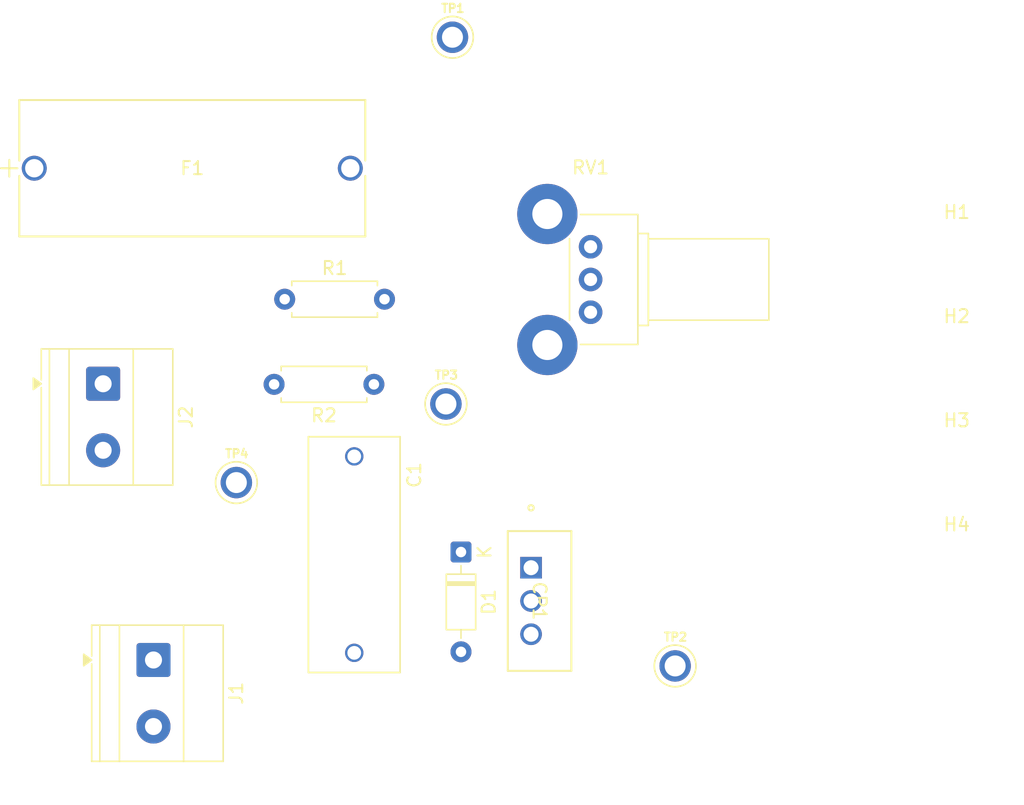
<source format=kicad_pcb>
(kicad_pcb (version 20241229) (generator "pcbnew") (generator_version "9.0")
  (layers (0 "F.Cu" signal) (2 "B.Cu" signal) (13 "F.Paste" user) (15 "B.Paste" user) (5 "F.SilkS" user "F.Silkscreen") (7 "B.SilkS" user "B.Silkscreen") (1 "F.Mask" user) (3 "B.Mask" user) (25 "Edge.Cuts" user))
  (net 0 "")
  (net 1 "Net-(D1-K)")
  (net 2 "Net-(D1-A)")
  (net 3 "Net-(R1-Pad2)")
  (net 4 "Net-(J1-Pin_1)")
  (net 5 "Net-(CR1-Pad2)")
  (net 6 "Net-(J2-Pin_1)")
  (net 7 "Net-(J1-Pin_2)")
  (footprint "MountingHole:MountingHole_3.2mm_M3" (layer "F.Cu") (at 183.5 75.45)
    (property "Reference" "H2" (at 0 -4.15 0) (layer "F.SilkS"))
    (property "Value" "MountingHole")
    (pad "" np_thru_hole circle (at 0 0) (size 3.2 3.2) (drill 3.2) (layers "*.Cu" "*.Mask"))
  )
  (footprint "KEYSTONE_5271:KEYSTONE_5271" (layer "F.Cu") (at 162 98)
    (property "Reference" "TP2" (at 0.032 -2.2064 0) (layer "F.SilkS") (effects (font (size 0.64 0.64))))
    (property "Value" "5271")
    (fp_circle (center 0 0) (end 1.59 0) (stroke (width 0.127)) (fill no) (layer "F.SilkS"))
    (pad "1" thru_hole circle (at 0 0) (size 2.4 2.4) (drill 1.6) (layers "*.Cu" "*.Mask") (net 7 "Net-(J1-Pin_2)"))
  )
  (footprint "MountingHole:MountingHole_3.2mm_M3" (layer "F.Cu") (at 183.5 83.4)
    (property "Reference" "H3" (at 0 -4.15 0) (layer "F.SilkS"))
    (property "Value" "MountingHole")
    (pad "" np_thru_hole circle (at 0 0) (size 3.2 3.2) (drill 3.2) (layers "*.Cu" "*.Mask"))
  )
  (footprint "TerminalBlock_Phoenix:TerminalBlock_Phoenix_MKDS-1,5-2-5.08_1x02_P5.08mm_Horizontal" (layer "F.Cu") (at 122.1725 97.545 -90)
    (property "Reference" "J1" (at 2.54 -6.32 90) (layer "F.SilkS"))
    (property "Value" "Screw_Terminal_01x02")
    (fp_line (start -2.66 4.72) (end -0.3 4.72) (stroke (width 0.12)) (layer "F.SilkS"))
    (fp_line (start 0.3 4.72) (end 7.74 4.72) (stroke (width 0.12)) (layer "F.SilkS"))
    (fp_line (start -2.66 4.1) (end 7.74 4.1) (stroke (width 0.12)) (layer "F.SilkS"))
    (fp_line (start -2.66 2.6) (end 7.74 2.6) (stroke (width 0.12)) (layer "F.SilkS"))
    (fp_line (start -2.66 -2.3) (end 7.74 -2.3) (stroke (width 0.12)) (layer "F.SilkS"))
    (fp_line (start -2.66 -5.32) (end -2.66 4.72) (stroke (width 0.12)) (layer "F.SilkS"))
    (fp_line (start -2.66 -5.32) (end 7.74 -5.32) (stroke (width 0.12)) (layer "F.SilkS"))
    (fp_line (start 7.74 -5.32) (end 7.74 4.72) (stroke (width 0.12)) (layer "F.SilkS"))
    (fp_poly (pts (xy 0 4.72) (xy 0.44 5.33) (xy -0.44 5.33)) (stroke (width 0.12)) (fill yes) (layer "F.SilkS"))
    (pad "1" thru_hole roundrect (at 0 0 270) (size 2.6 2.6) (drill 1.3) (layers "*.Cu" "*.Mask") (roundrect_rratio 0.096154) (net 4 "Net-(J1-Pin_1)"))
    (pad "2" thru_hole circle (at 5.08 0 270) (size 2.6 2.6) (drill 1.3) (layers "*.Cu" "*.Mask") (net 7 "Net-(J1-Pin_2)"))
  )
  (footprint "KEYSTONE_5271:KEYSTONE_5271" (layer "F.Cu") (at 144.5 78)
    (property "Reference" "TP3" (at 0.032 -2.2064 0) (layer "F.SilkS") (effects (font (size 0.64 0.64))))
    (property "Value" "5271")
    (fp_circle (center 0 0) (end 1.59 0) (stroke (width 0.127)) (fill no) (layer "F.SilkS"))
    (pad "1" thru_hole circle (at 0 0) (size 2.4 2.4) (drill 1.6) (layers "*.Cu" "*.Mask") (net 3 "Net-(R1-Pad2)"))
  )
  (footprint "TO-220AB_STM:TO-220AB_STM" (layer "F.Cu") (at 151 90.5 -90)
    (property "Reference" "CR1" (at 2.54 -0.65 270) (layer "F.SilkS"))
    (property "Value" "BTB04-600SL")
    (fp_line (start -2.794 1.7757) (end 7.874 1.7757) (stroke (width 0.1524)) (layer "F.SilkS"))
    (fp_line (start 7.874 1.7757) (end 7.874 -3.0757) (stroke (width 0.1524)) (layer "F.SilkS"))
    (fp_line (start -2.794 -3.0757) (end -2.794 1.7757) (stroke (width 0.1524)) (layer "F.SilkS"))
    (fp_line (start 7.874 -3.0757) (end -2.794 -3.0757) (stroke (width 0.1524)) (layer "F.SilkS"))
    (fp_circle (center -4.572 0) (end -4.3688 0) (stroke (width 0.1524)) (fill no) (layer "F.SilkS"))
    (pad "1" thru_hole rect (at 0 0 270) (size 1.651 1.651) (drill 1.143) (layers "*.Cu" "*.Mask") (net 7 "Net-(J1-Pin_2)"))
    (pad "2" thru_hole circle (at 2.54 0 270) (size 1.651 1.651) (drill 1.143) (layers "*.Cu" "*.Mask") (net 5 "Net-(CR1-Pad2)"))
    (pad "3" thru_hole circle (at 5.08 0 270) (size 1.651 1.651) (drill 1.143) (layers "*.Cu" "*.Mask") (net 2 "Net-(D1-A)"))
  )
  (footprint "Diode_THT:D_DO-35_SOD27_P7.62mm_Horizontal" (layer "F.Cu") (at 145.65 89.3029 -90)
    (property "Reference" "D1" (at 3.81 -2.12 90) (layer "F.SilkS"))
    (property "Value" "DB3")
    (fp_line (start 1.04 0) (end 1.69 0) (stroke (width 0.12)) (layer "F.SilkS"))
    (fp_line (start 6.58 0) (end 5.93 0) (stroke (width 0.12)) (layer "F.SilkS"))
    (fp_line (start 2.29 -1.12) (end 2.29 1.12) (stroke (width 0.12)) (layer "F.SilkS"))
    (fp_line (start 2.41 -1.12) (end 2.41 1.12) (stroke (width 0.12)) (layer "F.SilkS"))
    (fp_line (start 2.53 -1.12) (end 2.53 1.12) (stroke (width 0.12)) (layer "F.SilkS"))
    (fp_rect (start 1.69 -1.12) (end 5.93 1.12) (stroke (width 0.12)) (fill no) (layer "F.SilkS"))
    (fp_text user "K" (at 0 -1.8 90) (layer "F.SilkS"))
    (pad "1" thru_hole roundrect (at 0 0 270) (size 1.6 1.6) (drill 0.8) (layers "*.Cu" "*.Mask") (roundrect_rratio 0.15625) (net 1 "Net-(D1-K)"))
    (pad "2" thru_hole circle (at 7.62 0 270) (size 1.6 1.6) (drill 0.8) (layers "*.Cu" "*.Mask") (net 2 "Net-(D1-A)"))
  )
  (footprint "Potentiometer_THT:Potentiometer_Bourns_PTV09A-2_Single_Horizontal" (layer "F.Cu") (at 155.545 70.995)
    (property "Reference" "RV1" (at 0 -11.05 0) (layer "F.SilkS"))
    (property "Value" "500k")
    (fp_line (start -1.61 -5.617) (end -1.61 0.617) (stroke (width 0.12)) (layer "F.SilkS"))
    (fp_line (start -0.77 -7.46) (end 3.61 -7.46) (stroke (width 0.12)) (layer "F.SilkS"))
    (fp_line (start -0.77 2.46) (end 3.61 2.46) (stroke (width 0.12)) (layer "F.SilkS"))
    (fp_line (start 3.61 -7.46) (end 3.61 2.46) (stroke (width 0.12)) (layer "F.SilkS"))
    (fp_line (start 3.61 -6.01) (end 3.61 1.01) (stroke (width 0.12)) (layer "F.SilkS"))
    (fp_line (start 3.61 -6.01) (end 4.41 -6.01) (stroke (width 0.12)) (layer "F.SilkS"))
    (fp_line (start 3.61 1.01) (end 4.41 1.01) (stroke (width 0.12)) (layer "F.SilkS"))
    (fp_line (start 4.41 -6.01) (end 4.41 1.01) (stroke (width 0.12)) (layer "F.SilkS"))
    (fp_line (start 4.41 -5.61) (end 4.41 0.61) (stroke (width 0.12)) (layer "F.SilkS"))
    (fp_line (start 4.41 -5.61) (end 13.61 -5.61) (stroke (width 0.12)) (layer "F.SilkS"))
    (fp_line (start 4.41 0.61) (end 13.61 0.61) (stroke (width 0.12)) (layer "F.SilkS"))
    (fp_line (start 13.61 -5.61) (end 13.61 0.61) (stroke (width 0.12)) (layer "F.SilkS"))
    (pad "1" thru_hole circle (at 0 0) (size 1.8 1.8) (drill 1) (layers "*.Cu" "*.Mask") (net 5 "Net-(CR1-Pad2)"))
    (pad "2" thru_hole circle (at 0 -2.5) (size 1.8 1.8) (drill 1) (layers "*.Cu" "*.Mask") (net 5 "Net-(CR1-Pad2)"))
    (pad "3" thru_hole circle (at 0 -5) (size 1.8 1.8) (drill 1) (layers "*.Cu" "*.Mask") (net 3 "Net-(R1-Pad2)"))
    (pad "MP" thru_hole circle (at -3.3 -7.5) (size 4.6 4.6) (drill 2.3) (layers "*.Cu" "*.Mask"))
    (pad "MP" thru_hole circle (at -3.3 2.5) (size 4.6 4.6) (drill 2.3) (layers "*.Cu" "*.Mask"))
  )
  (footprint "MountingHole:MountingHole_3.2mm_M3" (layer "F.Cu") (at 183.5 67.5)
    (property "Reference" "H1" (at 0 -4.15 0) (layer "F.SilkS"))
    (property "Value" "MountingHole")
    (pad "" np_thru_hole circle (at 0 0) (size 3.2 3.2) (drill 3.2) (layers "*.Cu" "*.Mask"))
  )
  (footprint "Resistor_THT:R_Axial_DIN0207_L6.3mm_D2.5mm_P7.62mm_Horizontal" (layer "F.Cu") (at 139 76.5 180)
    (property "Reference" "R2" (at 3.81 -2.37 0) (layer "F.SilkS"))
    (property "Value" "1.62k")
    (fp_line (start 7.08 1.37) (end 7.08 1.04) (stroke (width 0.12)) (layer "F.SilkS"))
    (fp_line (start 7.08 -1.37) (end 7.08 -1.04) (stroke (width 0.12)) (layer "F.SilkS"))
    (fp_line (start 0.54 1.37) (end 7.08 1.37) (stroke (width 0.12)) (layer "F.SilkS"))
    (fp_line (start 0.54 1.04) (end 0.54 1.37) (stroke (width 0.12)) (layer "F.SilkS"))
    (fp_line (start 0.54 -1.04) (end 0.54 -1.37) (stroke (width 0.12)) (layer "F.SilkS"))
    (fp_line (start 0.54 -1.37) (end 7.08 -1.37) (stroke (width 0.12)) (layer "F.SilkS"))
    (pad "1" thru_hole circle (at 0 0 180) (size 1.6 1.6) (drill 0.8) (layers "*.Cu" "*.Mask") (net 3 "Net-(R1-Pad2)"))
    (pad "2" thru_hole circle (at 7.62 0 180) (size 1.6 1.6) (drill 0.8) (layers "*.Cu" "*.Mask") (net 1 "Net-(D1-K)"))
  )
  (footprint "KEYSTONE_5271:KEYSTONE_5271" (layer "F.Cu") (at 128.5 84)
    (property "Reference" "TP4" (at 0.032 -2.2064 0) (layer "F.SilkS") (effects (font (size 0.64 0.64))))
    (property "Value" "5271")
    (fp_circle (center 0 0) (end 1.59 0) (stroke (width 0.127)) (fill no) (layer "F.SilkS"))
    (pad "1" thru_hole circle (at 0 0) (size 2.4 2.4) (drill 1.6) (layers "*.Cu" "*.Mask") (net 1 "Net-(D1-K)"))
  )
  (footprint "FUSE_05200101Z_LTF:FUSE_05200101Z_LTF" (layer "F.Cu") (at 113.07 60)
    (property "Reference" "F1" (at 12.065 0 0) (layer "F.SilkS"))
    (property "Value" "05200101Z")
    (fp_line (start -2.54 0) (end -1.28524 0) (stroke (width 0.1524)) (layer "F.SilkS"))
    (fp_line (start -1.905 -0.635) (end -1.905 0.635) (stroke (width 0.1524)) (layer "F.SilkS"))
    (fp_line (start -1.143 -5.207) (end -1.143 -0.587701) (stroke (width 0.1524)) (layer "F.SilkS"))
    (fp_line (start -1.143 0.587701) (end -1.143 5.207) (stroke (width 0.1524)) (layer "F.SilkS"))
    (fp_line (start 25.273 -5.207) (end -1.143 -5.207) (stroke (width 0.1524)) (layer "F.SilkS"))
    (fp_line (start 25.273 -5.207) (end 25.273 -0.587701) (stroke (width 0.1524)) (layer "F.SilkS"))
    (fp_line (start 25.273 0.587701) (end 25.273 5.207) (stroke (width 0.1524)) (layer "F.SilkS"))
    (fp_line (start 25.273 5.207) (end -1.143 5.207) (stroke (width 0.1524)) (layer "F.SilkS"))
    (pad "1" thru_hole circle (at 0 0) (size 1.905 1.905) (drill 1.397) (layers "*.Cu" "*.Mask") (net 6 "Net-(J2-Pin_1)"))
    (pad "2" thru_hole circle (at 24.13 0) (size 1.905 1.905) (drill 1.397) (layers "*.Cu" "*.Mask") (net 5 "Net-(CR1-Pad2)"))
  )
  (footprint "KEYSTONE_5271:KEYSTONE_5271" (layer "F.Cu") (at 145 50)
    (property "Reference" "TP1" (at 0.032 -2.2064 0) (layer "F.SilkS") (effects (font (size 0.64 0.64))))
    (property "Value" "5271")
    (fp_circle (center 0 0) (end 1.59 0) (stroke (width 0.127)) (fill no) (layer "F.SilkS"))
    (pad "1" thru_hole circle (at 0 0) (size 2.4 2.4) (drill 1.6) (layers "*.Cu" "*.Mask") (net 5 "Net-(CR1-Pad2)"))
  )
  (footprint "Resistor_THT:R_Axial_DIN0207_L6.3mm_D2.5mm_P7.62mm_Horizontal" (layer "F.Cu") (at 132.19 70)
    (property "Reference" "R1" (at 3.81 -2.37 0) (layer "F.SilkS"))
    (property "Value" "332k")
    (fp_line (start 0.54 -1.37) (end 7.08 -1.37) (stroke (width 0.12)) (layer "F.SilkS"))
    (fp_line (start 0.54 -1.04) (end 0.54 -1.37) (stroke (width 0.12)) (layer "F.SilkS"))
    (fp_line (start 0.54 1.04) (end 0.54 1.37) (stroke (width 0.12)) (layer "F.SilkS"))
    (fp_line (start 0.54 1.37) (end 7.08 1.37) (stroke (width 0.12)) (layer "F.SilkS"))
    (fp_line (start 7.08 -1.37) (end 7.08 -1.04) (stroke (width 0.12)) (layer "F.SilkS"))
    (fp_line (start 7.08 1.37) (end 7.08 1.04) (stroke (width 0.12)) (layer "F.SilkS"))
    (pad "1" thru_hole circle (at 0 0) (size 1.6 1.6) (drill 0.8) (layers "*.Cu" "*.Mask") (net 5 "Net-(CR1-Pad2)"))
    (pad "2" thru_hole circle (at 7.62 0) (size 1.6 1.6) (drill 0.8) (layers "*.Cu" "*.Mask") (net 3 "Net-(R1-Pad2)"))
  )
  (footprint "MountingHole:MountingHole_3.2mm_M3" (layer "F.Cu") (at 183.5 91.35)
    (property "Reference" "H4" (at 0 -4.15 0) (layer "F.SilkS"))
    (property "Value" "MountingHole")
    (pad "" np_thru_hole circle (at 0 0) (size 3.2 3.2) (drill 3.2) (layers "*.Cu" "*.Mask"))
  )
  (footprint "TerminalBlock_Phoenix:TerminalBlock_Phoenix_MKDS-1,5-2-5.08_1x02_P5.08mm_Horizontal" (layer "F.Cu") (at 118.3275 76.455 -90)
    (property "Reference" "J2" (at 2.54 -6.32 90) (layer "F.SilkS"))
    (property "Value" "Screw_Terminal_01x02")
    (fp_line (start -2.66 4.72) (end -0.3 4.72) (stroke (width 0.12)) (layer "F.SilkS"))
    (fp_line (start 0.3 4.72) (end 7.74 4.72) (stroke (width 0.12)) (layer "F.SilkS"))
    (fp_line (start -2.66 4.1) (end 7.74 4.1) (stroke (width 0.12)) (layer "F.SilkS"))
    (fp_line (start -2.66 2.6) (end 7.74 2.6) (stroke (width 0.12)) (layer "F.SilkS"))
    (fp_line (start -2.66 -2.3) (end 7.74 -2.3) (stroke (width 0.12)) (layer "F.SilkS"))
    (fp_line (start -2.66 -5.32) (end -2.66 4.72) (stroke (width 0.12)) (layer "F.SilkS"))
    (fp_line (start -2.66 -5.32) (end 7.74 -5.32) (stroke (width 0.12)) (layer "F.SilkS"))
    (fp_line (start 7.74 -5.32) (end 7.74 4.72) (stroke (width 0.12)) (layer "F.SilkS"))
    (fp_poly (pts (xy 0 4.72) (xy 0.44 5.33) (xy -0.44 5.33)) (stroke (width 0.12)) (fill yes) (layer "F.SilkS"))
    (pad "1" thru_hole roundrect (at 0 0 270) (size 2.6 2.6) (drill 1.3) (layers "*.Cu" "*.Mask") (roundrect_rratio 0.096154) (net 6 "Net-(J2-Pin_1)"))
    (pad "2" thru_hole circle (at 5.08 0 270) (size 2.6 2.6) (drill 1.3) (layers "*.Cu" "*.Mask") (net 4 "Net-(J1-Pin_1)"))
  )
  (footprint "CAPRR1500W80L1800T700H1250:CAPRR1500W80L1800T700H1250" (layer "F.Cu") (at 137.5 89.5 -90)
    (property "Reference" "C1" (at -6.075 -4.585 90) (layer "F.SilkS"))
    (property "Value" "0.1uF")
    (fp_line (start -9 3.5) (end 9 3.5) (stroke (width 0.127)) (layer "F.SilkS"))
    (fp_line (start -9 -3.5) (end -9 3.5) (stroke (width 0.127)) (layer "F.SilkS"))
    (fp_line (start -9 -3.5) (end 9 -3.5) (stroke (width 0.127)) (layer "F.SilkS"))
    (fp_line (start 9 -3.5) (end 9 3.5) (stroke (width 0.127)) (layer "F.SilkS"))
    (pad "1" thru_hole circle (at -7.5 0 270) (size 1.4 1.4) (drill 1.05) (layers "*.Cu" "*.Mask") (net 1 "Net-(D1-K)"))
    (pad "2" thru_hole circle (at 7.5 0 270) (size 1.4 1.4) (drill 1.05) (layers "*.Cu" "*.Mask") (net 7 "Net-(J1-Pin_2)"))
  )
)
</source>
